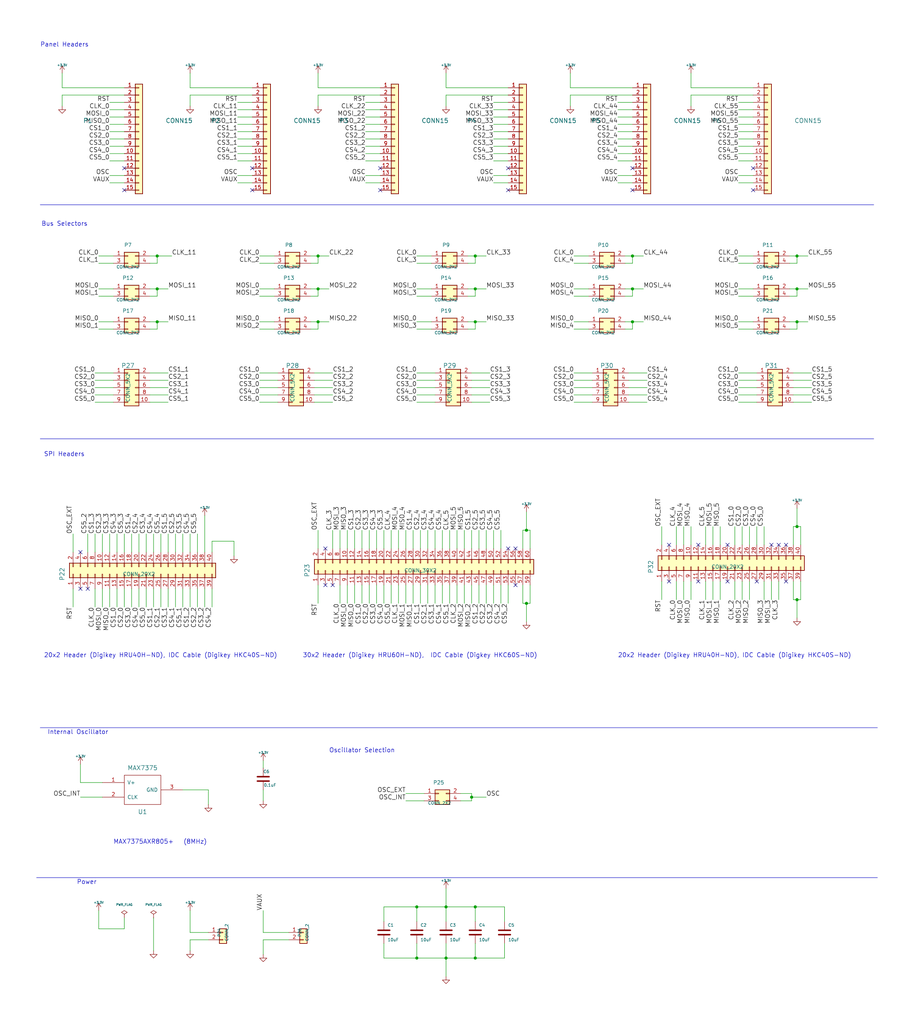
<source format=kicad_sch>
(kicad_sch (version 20230121) (generator eeschema)
  (paper "User" 317.5 355.6)
  (title_block (title "G4 Debug Arena Flat Max6960") (date "11/12/2013") (rev "0.1") (company "IORodeo"))
  (junction (at 154.94 314.96))
  (junction (at 182.88 209.55))
  (junction (at 276.86 182.88))
  (junction (at 165.1 88.9))
  (junction (at 165.1 111.76))
  (junction (at 54.61 100.33))
  (junction (at 110.49 100.33))
  (junction (at 219.71 88.9))
  (junction (at 54.61 88.9))
  (junction (at 276.86 111.76))
  (junction (at 163.83 276.86))
  (junction (at 154.94 332.74))
  (junction (at 144.78 332.74))
  (junction (at 219.71 100.33))
  (junction (at 165.1 332.74))
  (junction (at 276.86 100.33))
  (junction (at 276.86 208.28))
  (junction (at 219.71 111.76))
  (junction (at 144.78 314.96))
  (junction (at 182.88 184.15))
  (junction (at 110.49 88.9))
  (junction (at 54.61 111.76))
  (junction (at 165.1 100.33))
  (junction (at 110.49 111.76))
  (junction (at 276.86 88.9))
  (junction (at 165.1 314.96))
  (no_connect (at 252.73 201.93))
  (no_connect (at 179.07 190.5))
  (no_connect (at 87.63 58.42))
  (no_connect (at 176.53 190.5))
  (no_connect (at 219.71 58.42))
  (no_connect (at 179.07 203.2))
  (no_connect (at 252.73 189.23))
  (no_connect (at 27.94 204.47))
  (no_connect (at 219.71 66.04))
  (no_connect (at 27.94 191.77))
  (no_connect (at 270.51 189.23))
  (no_connect (at 87.63 66.04))
  (no_connect (at 30.48 204.47))
  (no_connect (at 273.05 201.93))
  (no_connect (at 176.53 58.42))
  (no_connect (at 262.89 201.93))
  (no_connect (at 113.03 190.5))
  (no_connect (at 242.57 201.93))
  (no_connect (at 232.41 189.23))
  (no_connect (at 132.08 66.04))
  (no_connect (at 132.08 58.42))
  (no_connect (at 261.62 66.04))
  (no_connect (at 273.05 189.23))
  (no_connect (at 242.57 189.23))
  (no_connect (at 43.18 58.42))
  (no_connect (at 43.18 66.04))
  (no_connect (at 232.41 201.93))
  (no_connect (at 261.62 58.42))
  (no_connect (at 267.97 189.23))
  (no_connect (at 176.53 66.04))
  (no_connect (at 115.57 203.2))
  (no_connect (at 113.03 203.2))
  (wire (pts (xy 55.88 191.77) (xy 55.88 185.42)))
  (wire (pts (xy 147.32 278.13) (xy 140.97 278.13)))
  (wire (pts (xy 275.59 208.28) (xy 276.86 208.28)))
  (wire (pts (xy 240.03 182.88) (xy 240.03 189.23)))
  (wire (pts (xy 237.49 189.23) (xy 237.49 182.88)))
  (wire (pts (xy 154.94 30.48) (xy 176.53 30.48)))
  (wire (pts (xy 181.61 184.15) (xy 182.88 184.15)))
  (wire (pts (xy 163.83 275.59) (xy 163.83 276.86)))
  (wire (pts (xy 165.1 100.33) (xy 168.91 100.33)))
  (wire (pts (xy 151.13 129.54) (xy 144.78 129.54)))
  (wire (pts (xy 87.63 45.72) (xy 82.55 45.72)))
  (wire (pts (xy 96.52 139.7) (xy 90.17 139.7)))
  (wire (pts (xy 35.56 271.78) (xy 27.94 271.78)))
  (wire (pts (xy 132.08 48.26) (xy 127 48.26)))
  (wire (pts (xy 35.56 276.86) (xy 27.94 276.86)))
  (wire (pts (xy 144.78 314.96) (xy 154.94 314.96)))
  (wire (pts (xy 39.37 100.33) (xy 34.29 100.33)))
  (wire (pts (xy 171.45 184.15) (xy 171.45 190.5)))
  (wire (pts (xy 149.86 100.33) (xy 144.78 100.33)))
  (wire (pts (xy 276.86 102.87) (xy 276.86 100.33)))
  (wire (pts (xy 21.59 33.02) (xy 43.18 33.02)))
  (wire (pts (xy 198.12 33.02) (xy 219.71 33.02)))
  (wire (pts (xy 218.44 132.08) (xy 224.79 132.08)))
  (wire (pts (xy 278.13 208.28) (xy 278.13 201.93)))
  (wire (pts (xy 87.63 43.18) (xy 82.55 43.18)))
  (wire (pts (xy 261.62 102.87) (xy 256.54 102.87)))
  (wire (pts (xy 275.59 134.62) (xy 281.94 134.62)))
  (wire (pts (xy 255.27 201.93) (xy 255.27 208.28)))
  (wire (pts (xy 176.53 40.64) (xy 171.45 40.64)))
  (wire (pts (xy 58.42 185.42) (xy 58.42 191.77)))
  (wire (pts (xy 262.89 139.7) (xy 256.54 139.7)))
  (wire (pts (xy 54.61 114.3) (xy 52.07 114.3)))
  (wire (pts (xy 39.37 88.9) (xy 34.29 88.9)))
  (wire (pts (xy 245.11 182.88) (xy 245.11 189.23)))
  (wire (pts (xy 224.79 134.62) (xy 218.44 134.62)))
  (wire (pts (xy 43.18 63.5) (xy 38.1 63.5)))
  (wire (pts (xy 48.26 204.47) (xy 48.26 210.82)))
  (wire (pts (xy 166.37 203.2) (xy 166.37 209.55)))
  (wire (pts (xy 247.65 189.23) (xy 247.65 182.88)))
  (wire (pts (xy 100.33 323.85) (xy 91.44 323.85)))
  (wire (pts (xy 219.71 111.76) (xy 223.52 111.76)))
  (wire (pts (xy 261.62 48.26) (xy 256.54 48.26)))
  (wire (pts (xy 161.29 203.2) (xy 161.29 209.55)))
  (wire (pts (xy 274.32 100.33) (xy 276.86 100.33)))
  (wire (pts (xy 143.51 203.2) (xy 143.51 209.55)))
  (wire (pts (xy 219.71 88.9) (xy 219.71 91.44)))
  (wire (pts (xy 146.05 203.2) (xy 146.05 209.55)))
  (wire (pts (xy 43.18 43.18) (xy 38.1 43.18)))
  (wire (pts (xy 281.94 137.16) (xy 275.59 137.16)))
  (wire (pts (xy 219.71 100.33) (xy 223.52 100.33)))
  (wire (pts (xy 39.37 102.87) (xy 34.29 102.87)))
  (wire (pts (xy 267.97 208.28) (xy 267.97 201.93)))
  (wire (pts (xy 110.49 111.76) (xy 110.49 114.3)))
  (wire (pts (xy 95.25 114.3) (xy 90.17 114.3)))
  (wire (pts (xy 198.12 30.48) (xy 219.71 30.48)))
  (wire (pts (xy 148.59 203.2) (xy 148.59 209.55)))
  (wire (pts (xy 275.59 189.23) (xy 275.59 182.88)))
  (wire (pts (xy 275.59 132.08) (xy 281.94 132.08)))
  (wire (pts (xy 219.71 60.96) (xy 214.63 60.96)))
  (wire (pts (xy 170.18 139.7) (xy 163.83 139.7)))
  (wire (pts (xy 52.07 129.54) (xy 58.42 129.54)))
  (wire (pts (xy 54.61 111.76) (xy 54.61 114.3)))
  (wire (pts (xy 39.37 114.3) (xy 34.29 114.3)))
  (wire (pts (xy 140.97 203.2) (xy 140.97 209.55)))
  (wire (pts (xy 87.63 35.56) (xy 82.55 35.56)))
  (wire (pts (xy 135.89 190.5) (xy 135.89 184.15)))
  (wire (pts (xy 39.37 134.62) (xy 33.02 134.62)))
  (wire (pts (xy 175.26 314.96) (xy 175.26 320.04)))
  (wire (pts (xy 240.03 30.48) (xy 261.62 30.48)))
  (wire (pts (xy 132.08 63.5) (xy 127 63.5)))
  (wire (pts (xy 91.44 323.85) (xy 91.44 316.23)))
  (wire (pts (xy 219.71 102.87) (xy 219.71 100.33)))
  (wire (pts (xy 276.86 111.76) (xy 276.86 114.3)))
  (wire (pts (xy 261.62 45.72) (xy 256.54 45.72)))
  (wire (pts (xy 198.12 25.4) (xy 198.12 30.48)))
  (wire (pts (xy 132.08 45.72) (xy 127 45.72)))
  (wire (pts (xy 110.49 88.9) (xy 110.49 91.44)))
  (wire (pts (xy 123.19 190.5) (xy 123.19 184.15)))
  (wire (pts (xy 107.95 100.33) (xy 110.49 100.33)))
  (wire (pts (xy 66.04 204.47) (xy 66.04 210.82)))
  (wire (pts (xy 278.13 182.88) (xy 278.13 189.23)))
  (wire (pts (xy 261.62 100.33) (xy 256.54 100.33)))
  (wire (pts (xy 255.27 189.23) (xy 255.27 182.88)))
  (wire (pts (xy 176.53 203.2) (xy 176.53 209.55)))
  (wire (pts (xy 39.37 139.7) (xy 33.02 139.7)))
  (wire (pts (xy 219.71 38.1) (xy 214.63 38.1)))
  (wire (pts (xy 130.81 203.2) (xy 130.81 209.55)))
  (wire (pts (xy 39.37 137.16) (xy 33.02 137.16)))
  (wire (pts (xy 138.43 203.2) (xy 138.43 209.55)))
  (wire (pts (xy 219.71 35.56) (xy 214.63 35.56)))
  (wire (pts (xy 168.91 190.5) (xy 168.91 184.15)))
  (wire (pts (xy 204.47 88.9) (xy 199.39 88.9)))
  (wire (pts (xy 110.49 33.02) (xy 110.49 36.83)))
  (wire (pts (xy 107.95 88.9) (xy 110.49 88.9)))
  (wire (pts (xy 165.1 332.74) (xy 175.26 332.74)))
  (wire (pts (xy 96.52 134.62) (xy 90.17 134.62)))
  (wire (pts (xy 66.04 25.4) (xy 66.04 30.48)))
  (wire (pts (xy 60.96 191.77) (xy 60.96 185.42)))
  (wire (pts (xy 219.71 48.26) (xy 214.63 48.26)))
  (wire (pts (xy 43.18 50.8) (xy 38.1 50.8)))
  (wire (pts (xy 163.83 203.2) (xy 163.83 209.55)))
  (wire (pts (xy 135.89 203.2) (xy 135.89 209.55)))
  (wire (pts (xy 261.62 91.44) (xy 256.54 91.44)))
  (wire (pts (xy 125.73 184.15) (xy 125.73 190.5)))
  (wire (pts (xy 128.27 190.5) (xy 128.27 184.15)))
  (wire (pts (xy 261.62 35.56) (xy 256.54 35.56)))
  (wire (pts (xy 52.07 111.76) (xy 54.61 111.76)))
  (wire (pts (xy 107.95 102.87) (xy 110.49 102.87)))
  (wire (pts (xy 257.81 201.93) (xy 257.81 208.28)))
  (wire (pts (xy 73.66 191.77) (xy 73.66 187.96)))
  (wire (pts (xy 234.95 201.93) (xy 234.95 208.28)))
  (wire (pts (xy 109.22 134.62) (xy 115.57 134.62)))
  (wire (pts (xy 170.18 132.08) (xy 163.83 132.08)))
  (wire (pts (xy 48.26 191.77) (xy 48.26 185.42)))
  (wire (pts (xy 274.32 88.9) (xy 276.86 88.9)))
  (wire (pts (xy 165.1 114.3) (xy 162.56 114.3)))
  (wire (pts (xy 54.61 111.76) (xy 58.42 111.76)))
  (wire (pts (xy 153.67 203.2) (xy 153.67 209.55)))
  (wire (pts (xy 205.74 137.16) (xy 199.39 137.16)))
  (wire (pts (xy 176.53 60.96) (xy 171.45 60.96)))
  (wire (pts (xy 275.59 182.88) (xy 276.86 182.88)))
  (wire (pts (xy 281.94 129.54) (xy 275.59 129.54)))
  (wire (pts (xy 43.18 35.56) (xy 38.1 35.56)))
  (wire (pts (xy 27.94 271.78) (xy 27.94 265.43)))
  (wire (pts (xy 262.89 189.23) (xy 262.89 182.88)))
  (wire (pts (xy 156.21 184.15) (xy 156.21 190.5)))
  (wire (pts (xy 118.11 184.15) (xy 118.11 190.5)))
  (wire (pts (xy 217.17 88.9) (xy 219.71 88.9)))
  (wire (pts (xy 274.32 102.87) (xy 276.86 102.87)))
  (wire (pts (xy 54.61 100.33) (xy 58.42 100.33)))
  (wire (pts (xy 43.18 40.64) (xy 38.1 40.64)))
  (wire (pts (xy 43.18 60.96) (xy 38.1 60.96)))
  (wire (pts (xy 158.75 203.2) (xy 158.75 209.55)))
  (wire (pts (xy 110.49 111.76) (xy 114.3 111.76)))
  (wire (pts (xy 120.65 190.5) (xy 120.65 184.15)))
  (wire (pts (xy 165.1 111.76) (xy 165.1 114.3)))
  (wire (pts (xy 72.39 326.39) (xy 66.04 326.39)))
  (wire (pts (xy 219.71 43.18) (xy 214.63 43.18)))
  (wire (pts (xy 204.47 111.76) (xy 199.39 111.76)))
  (wire (pts (xy 181.61 190.5) (xy 181.61 184.15)))
  (wire (pts (xy 91.44 326.39) (xy 91.44 331.47)))
  (wire (pts (xy 133.35 314.96) (xy 144.78 314.96)))
  (wire (pts (xy 270.51 201.93) (xy 270.51 208.28)))
  (wire (pts (xy 50.8 185.42) (xy 50.8 191.77)))
  (wire (pts (xy 30.48 191.77) (xy 30.48 185.42)))
  (wire (pts (xy 43.18 204.47) (xy 43.18 210.82)))
  (wire (pts (xy 165.1 102.87) (xy 165.1 100.33)))
  (wire (pts (xy 128.27 203.2) (xy 128.27 209.55)))
  (wire (pts (xy 204.47 102.87) (xy 199.39 102.87)))
  (wire (pts (xy 219.71 63.5) (xy 214.63 63.5)))
  (wire (pts (xy 176.53 43.18) (xy 171.45 43.18)))
  (wire (pts (xy 39.37 91.44) (xy 34.29 91.44)))
  (wire (pts (xy 151.13 134.62) (xy 144.78 134.62)))
  (wire (pts (xy 219.71 111.76) (xy 219.71 114.3)))
  (wire (pts (xy 151.13 190.5) (xy 151.13 184.15)))
  (wire (pts (xy 91.44 264.16) (xy 91.44 266.7)))
  (wire (pts (xy 149.86 111.76) (xy 144.78 111.76)))
  (wire (pts (xy 261.62 55.88) (xy 256.54 55.88)))
  (wire (pts (xy 182.88 209.55) (xy 184.15 209.55)))
  (wire (pts (xy 218.44 129.54) (xy 224.79 129.54)))
  (wire (pts (xy 63.5 274.32) (xy 72.39 274.32)))
  (wire (pts (xy 161.29 190.5) (xy 161.29 184.15)))
  (wire (pts (xy 54.61 88.9) (xy 59.69 88.9)))
  (wire (pts (xy 181.61 209.55) (xy 182.88 209.55)))
  (wire (pts (xy 43.18 53.34) (xy 38.1 53.34)))
  (wire (pts (xy 133.35 320.04) (xy 133.35 314.96)))
  (wire (pts (xy 175.26 332.74) (xy 175.26 327.66)))
  (wire (pts (xy 91.44 274.32) (xy 91.44 278.13)))
  (wire (pts (xy 58.42 204.47) (xy 58.42 210.82)))
  (wire (pts (xy 154.94 332.74) (xy 154.94 339.09)))
  (wire (pts (xy 276.86 100.33) (xy 280.67 100.33)))
  (wire (pts (xy 250.19 189.23) (xy 250.19 182.88)))
  (wire (pts (xy 219.71 40.64) (xy 214.63 40.64)))
  (wire (pts (xy 176.53 55.88) (xy 171.45 55.88)))
  (wire (pts (xy 72.39 323.85) (xy 66.04 323.85)))
  (wire (pts (xy 205.74 139.7) (xy 199.39 139.7)))
  (wire (pts (xy 149.86 114.3) (xy 144.78 114.3)))
  (wire (pts (xy 276.86 114.3) (xy 274.32 114.3)))
  (wire (pts (xy 66.04 33.02) (xy 66.04 36.83)))
  (wire (pts (xy 274.32 111.76) (xy 276.86 111.76)))
  (wire (pts (xy 154.94 327.66) (xy 154.94 332.74)))
  (wire (pts (xy 144.78 314.96) (xy 144.78 320.04)))
  (wire (pts (xy 261.62 114.3) (xy 256.54 114.3)))
  (wire (pts (xy 96.52 137.16) (xy 90.17 137.16)))
  (wire (pts (xy 276.86 182.88) (xy 276.86 176.53)))
  (wire (pts (xy 120.65 203.2) (xy 120.65 209.55)))
  (wire (pts (xy 165.1 91.44) (xy 162.56 91.44)))
  (wire (pts (xy 43.18 45.72) (xy 38.1 45.72)))
  (wire (pts (xy 95.25 100.33) (xy 90.17 100.33)))
  (wire (pts (xy 198.12 33.02) (xy 198.12 36.83)))
  (wire (pts (xy 143.51 190.5) (xy 143.51 184.15)))
  (wire (pts (xy 276.86 208.28) (xy 278.13 208.28)))
  (wire (pts (xy 110.49 30.48) (xy 132.08 30.48)))
  (wire (pts (xy 219.71 91.44) (xy 217.17 91.44)))
  (wire (pts (xy 66.04 33.02) (xy 87.63 33.02)))
  (wire (pts (xy 133.35 327.66) (xy 133.35 332.74)))
  (wire (pts (xy 39.37 132.08) (xy 33.02 132.08)))
  (wire (pts (xy 250.19 201.93) (xy 250.19 208.28)))
  (wire (pts (xy 276.86 111.76) (xy 280.67 111.76)))
  (wire (pts (xy 240.03 33.02) (xy 261.62 33.02)))
  (wire (pts (xy 154.94 314.96) (xy 154.94 320.04)))
  (wire (pts (xy 52.07 139.7) (xy 58.42 139.7)))
  (wire (pts (xy 43.18 38.1) (xy 38.1 38.1)))
  (wire (pts (xy 154.94 25.4) (xy 154.94 30.48)))
  (wire (pts (xy 21.59 30.48) (xy 43.18 30.48)))
  (wire (pts (xy 71.12 204.47) (xy 71.12 210.82)))
  (wire (pts (xy 132.08 38.1) (xy 127 38.1)))
  (wire (pts (xy 53.34 191.77) (xy 53.34 185.42)))
  (wire (pts (xy 219.71 55.88) (xy 214.63 55.88)))
  (wire (pts (xy 60.96 204.47) (xy 60.96 210.82)))
  (wire (pts (xy 68.58 191.77) (xy 68.58 185.42)))
  (wire (pts (xy 132.08 40.64) (xy 127 40.64)))
  (wire (pts (xy 110.49 100.33) (xy 114.3 100.33)))
  (wire (pts (xy 132.08 60.96) (xy 127 60.96)))
  (wire (pts (xy 96.52 132.08) (xy 90.17 132.08)))
  (wire (pts (xy 21.59 25.4) (xy 21.59 30.48)))
  (wire (pts (xy 260.35 201.93) (xy 260.35 208.28)))
  (wire (pts (xy 217.17 102.87) (xy 219.71 102.87)))
  (wire (pts (xy 265.43 208.28) (xy 265.43 201.93)))
  (wire (pts (xy 237.49 201.93) (xy 237.49 208.28)))
  (wire (pts (xy 262.89 132.08) (xy 256.54 132.08)))
  (wire (pts (xy 154.94 308.61) (xy 154.94 314.96)))
  (wire (pts (xy 162.56 88.9) (xy 165.1 88.9)))
  (wire (pts (xy 217.17 100.33) (xy 219.71 100.33)))
  (wire (pts (xy 43.18 322.58) (xy 34.29 322.58)))
  (wire (pts (xy 38.1 191.77) (xy 38.1 185.42)))
  (wire (pts (xy 176.53 48.26) (xy 171.45 48.26)))
  (wire (pts (xy 40.64 191.77) (xy 40.64 185.42)))
  (wire (pts (xy 72.39 274.32) (xy 72.39 279.4)))
  (wire (pts (xy 173.99 203.2) (xy 173.99 209.55)))
  (wire (pts (xy 95.25 102.87) (xy 90.17 102.87)))
  (wire (pts (xy 204.47 100.33) (xy 199.39 100.33)))
  (wire (pts (xy 156.21 203.2) (xy 156.21 209.55)))
  (wire (pts (xy 25.4 185.42) (xy 25.4 191.77)))
  (wire (pts (xy 163.83 129.54) (xy 170.18 129.54)))
  (wire (pts (xy 260.35 189.23) (xy 260.35 182.88)))
  (wire (pts (xy 165.1 111.76) (xy 168.91 111.76)))
  (wire (pts (xy 133.35 332.74) (xy 144.78 332.74)))
  (wire (pts (xy 52.07 132.08) (xy 58.42 132.08)))
  (wire (pts (xy 182.88 184.15) (xy 182.88 177.8)))
  (wire (pts (xy 276.86 88.9) (xy 276.86 91.44)))
  (wire (pts (xy 144.78 332.74) (xy 144.78 327.66)))
  (wire (pts (xy 144.78 332.74) (xy 154.94 332.74)))
  (wire (pts (xy 261.62 50.8) (xy 256.54 50.8)))
  (wire (pts (xy 71.12 191.77) (xy 71.12 179.07)))
  (wire (pts (xy 149.86 91.44) (xy 144.78 91.44)))
  (wire (pts (xy 149.86 102.87) (xy 144.78 102.87)))
  (wire (pts (xy 219.71 114.3) (xy 217.17 114.3)))
  (wire (pts (xy 163.83 134.62) (xy 170.18 134.62)))
  (wire (pts (xy 162.56 100.33) (xy 165.1 100.33)))
  (wire (pts (xy 132.08 55.88) (xy 127 55.88)))
  (wire (pts (xy 204.47 91.44) (xy 199.39 91.44)))
  (wire (pts (xy 110.49 88.9) (xy 114.3 88.9)))
  (wire (pts (xy 154.94 33.02) (xy 154.94 36.83)))
  (wire (pts (xy 217.17 111.76) (xy 219.71 111.76)))
  (wire (pts (xy 55.88 204.47) (xy 55.88 210.82)))
  (wire (pts (xy 262.89 137.16) (xy 256.54 137.16)))
  (wire (pts (xy 218.44 137.16) (xy 224.79 137.16)))
  (wire (pts (xy 163.83 278.13) (xy 160.02 278.13)))
  (wire (pts (xy 154.94 33.02) (xy 176.53 33.02)))
  (wire (pts (xy 219.71 50.8) (xy 214.63 50.8)))
  (wire (pts (xy 130.81 190.5) (xy 130.81 184.15)))
  (wire (pts (xy 219.71 45.72) (xy 214.63 45.72)))
  (wire (pts (xy 33.02 191.77) (xy 33.02 185.42)))
  (wire (pts (xy 110.49 203.2) (xy 110.49 209.55)))
  (wire (pts (xy 265.43 189.23) (xy 265.43 182.88)))
  (wire (pts (xy 151.13 132.08) (xy 144.78 132.08)))
  (wire (pts (xy 276.86 208.28) (xy 276.86 214.63)))
  (wire (pts (xy 147.32 275.59) (xy 140.97 275.59)))
  (wire (pts (xy 218.44 139.7) (xy 224.79 139.7)))
  (wire (pts (xy 205.74 134.62) (xy 199.39 134.62)))
  (wire (pts (xy 43.18 55.88) (xy 38.1 55.88)))
  (wire (pts (xy 165.1 314.96) (xy 175.26 314.96)))
  (wire (pts (xy 21.59 33.02) (xy 21.59 36.83)))
  (wire (pts (xy 63.5 191.77) (xy 63.5 185.42)))
  (wire (pts (xy 162.56 102.87) (xy 165.1 102.87)))
  (wire (pts (xy 107.95 111.76) (xy 110.49 111.76)))
  (wire (pts (xy 52.07 102.87) (xy 54.61 102.87)))
  (wire (pts (xy 151.13 137.16) (xy 144.78 137.16)))
  (polyline (pts (xy 12.7 304.8) (xy 304.8 304.8)))
  (wire (pts (xy 261.62 53.34) (xy 256.54 53.34)))
  (wire (pts (xy 165.1 88.9) (xy 168.91 88.9)))
  (wire (pts (xy 153.67 190.5) (xy 153.67 184.15)))
  (wire (pts (xy 34.29 322.58) (xy 34.29 316.23)))
  (wire (pts (xy 110.49 102.87) (xy 110.49 100.33)))
  (wire (pts (xy 52.07 134.62) (xy 58.42 134.62)))
  (wire (pts (xy 133.35 184.15) (xy 133.35 190.5)))
  (wire (pts (xy 110.49 184.15) (xy 110.49 190.5)))
  (wire (pts (xy 63.5 204.47) (xy 63.5 210.82)))
  (wire (pts (xy 66.04 326.39) (xy 66.04 330.2)))
  (wire (pts (xy 158.75 190.5) (xy 158.75 184.15)))
  (wire (pts (xy 146.05 190.5) (xy 146.05 184.15)))
  (wire (pts (xy 54.61 88.9) (xy 54.61 91.44)))
  (wire (pts (xy 176.53 50.8) (xy 171.45 50.8)))
  (wire (pts (xy 261.62 111.76) (xy 256.54 111.76)))
  (wire (pts (xy 240.03 33.02) (xy 240.03 36.83)))
  (wire (pts (xy 240.03 25.4) (xy 240.03 30.48)))
  (wire (pts (xy 66.04 323.85) (xy 66.04 316.23)))
  (wire (pts (xy 240.03 201.93) (xy 240.03 208.28)))
  (wire (pts (xy 35.56 185.42) (xy 35.56 191.77)))
  (wire (pts (xy 66.04 185.42) (xy 66.04 191.77)))
  (wire (pts (xy 176.53 53.34) (xy 171.45 53.34)))
  (wire (pts (xy 148.59 184.15) (xy 148.59 190.5)))
  (wire (pts (xy 204.47 114.3) (xy 199.39 114.3)))
  (wire (pts (xy 245.11 201.93) (xy 245.11 208.28)))
  (wire (pts (xy 261.62 63.5) (xy 256.54 63.5)))
  (wire (pts (xy 45.72 204.47) (xy 45.72 210.82)))
  (wire (pts (xy 165.1 314.96) (xy 165.1 320.04)))
  (wire (pts (xy 110.49 91.44) (xy 107.95 91.44)))
  (wire (pts (xy 43.18 48.26) (xy 38.1 48.26)))
  (wire (pts (xy 66.04 30.48) (xy 87.63 30.48)))
  (wire (pts (xy 54.61 91.44) (xy 52.07 91.44)))
  (wire (pts (xy 87.63 38.1) (xy 82.55 38.1)))
  (wire (pts (xy 54.61 102.87) (xy 54.61 100.33)))
  (wire (pts (xy 73.66 187.96) (xy 81.28 187.96)))
  (wire (pts (xy 184.15 209.55) (xy 184.15 203.2)))
  (wire (pts (xy 276.86 182.88) (xy 278.13 182.88)))
  (wire (pts (xy 81.28 187.96) (xy 81.28 193.04)))
  (wire (pts (xy 229.87 182.88) (xy 229.87 189.23)))
  (wire (pts (xy 38.1 204.47) (xy 38.1 210.82)))
  (wire (pts (xy 95.25 91.44) (xy 90.17 91.44)))
  (wire (pts (xy 140.97 184.15) (xy 140.97 190.5)))
  (wire (pts (xy 257.81 189.23) (xy 257.81 182.88)))
  (wire (pts (xy 163.83 184.15) (xy 163.83 190.5)))
  (wire (pts (xy 229.87 201.93) (xy 229.87 208.28)))
  (wire (pts (xy 163.83 276.86) (xy 168.91 276.86)))
  (wire (pts (xy 261.62 60.96) (xy 256.54 60.96)))
  (wire (pts (xy 68.58 204.47) (xy 68.58 210.82)))
  (wire (pts (xy 234.95 189.23) (xy 234.95 182.88)))
  (wire (pts (xy 261.62 40.64) (xy 256.54 40.64)))
  (wire (pts (xy 247.65 201.93) (xy 247.65 208.28)))
  (wire (pts (xy 50.8 204.47) (xy 50.8 210.82)))
  (wire (pts (xy 276.86 88.9) (xy 280.67 88.9)))
  (wire (pts (xy 171.45 203.2) (xy 171.45 209.55)))
  (polyline (pts (xy 13.97 152.4) (xy 303.53 152.4)))
  (wire (pts (xy 40.64 204.47) (xy 40.64 210.82)))
  (polyline (pts (xy 13.97 71.12) (xy 303.53 71.12)))
  (wire (pts (xy 132.08 35.56) (xy 127 35.56)))
  (wire (pts (xy 162.56 111.76) (xy 165.1 111.76)))
  (wire (pts (xy 133.35 203.2) (xy 133.35 209.55)))
  (wire (pts (xy 96.52 129.54) (xy 90.17 129.54)))
  (wire (pts (xy 219.71 88.9) (xy 223.52 88.9)))
  (wire (pts (xy 184.15 184.15) (xy 184.15 190.5)))
  (polyline (pts (xy 13.97 252.73) (xy 304.8 252.73)))
  (wire (pts (xy 52.07 137.16) (xy 58.42 137.16)))
  (wire (pts (xy 181.61 203.2) (xy 181.61 209.55)))
  (wire (pts (xy 87.63 63.5) (xy 82.55 63.5)))
  (wire (pts (xy 95.25 88.9) (xy 90.17 88.9)))
  (wire (pts (xy 173.99 190.5) (xy 173.99 184.15)))
  (wire (pts (xy 39.37 111.76) (xy 34.29 111.76)))
  (wire (pts (xy 163.83 137.16) (xy 170.18 137.16)))
  (wire (pts (xy 261.62 88.9) (xy 256.54 88.9)))
  (wire (pts (xy 43.18 185.42) (xy 43.18 191.77)))
  (wire (pts (xy 87.63 48.26) (xy 82.55 48.26)))
  (wire (pts (xy 149.86 88.9) (xy 144.78 88.9)))
  (wire (pts (xy 176.53 35.56) (xy 171.45 35.56)))
  (wire (pts (xy 110.49 114.3) (xy 107.95 114.3)))
  (wire (pts (xy 138.43 190.5) (xy 138.43 184.15)))
  (wire (pts (xy 205.74 132.08) (xy 199.39 132.08)))
  (wire (pts (xy 52.07 88.9) (xy 54.61 88.9)))
  (wire (pts (xy 87.63 40.64) (xy 82.55 40.64)))
  (wire (pts (xy 45.72 191.77) (xy 45.72 185.42)))
  (wire (pts (xy 262.89 129.54) (xy 256.54 129.54)))
  (wire (pts (xy 276.86 91.44) (xy 274.32 91.44)))
  (wire (pts (xy 219.71 53.34) (xy 214.63 53.34)))
  (wire (pts (xy 110.49 25.4) (xy 110.49 30.48)))
  (wire (pts (xy 166.37 190.5) (xy 166.37 184.15)))
  (wire (pts (xy 182.88 209.55) (xy 182.88 215.9)))
  (wire (pts (xy 154.94 314.96) (xy 165.1 314.96)))
  (wire (pts (xy 73.66 204.47) (xy 73.66 210.82)))
  (wire (pts (xy 87.63 55.88) (xy 82.55 55.88)))
  (wire (pts (xy 125.73 203.2) (xy 125.73 209.55)))
  (wire (pts (xy 132.08 53.34) (xy 127 53.34)))
  (wire (pts (xy 176.53 45.72) (xy 171.45 45.72)))
  (wire (pts (xy 33.02 204.47) (xy 33.02 210.82)))
  (wire (pts (xy 205.74 129.54) (xy 199.39 129.54)))
  (wire (pts (xy 261.62 43.18) (xy 256.54 43.18)))
  (wire (pts (xy 100.33 326.39) (xy 91.44 326.39)))
  (wire (pts (xy 35.56 204.47) (xy 35.56 210.82)))
  (wire (pts (xy 132.08 43.18) (xy 127 43.18)))
  (wire (pts (xy 53.34 204.47) (xy 53.34 210.82)))
  (wire (pts (xy 87.63 53.34) (xy 82.55 53.34)))
  (wire (pts (xy 154.94 332.74) (xy 165.1 332.74)))
  (wire (pts (xy 109.22 132.08) (xy 115.57 132.08)))
  (wire (pts (xy 87.63 60.96) (xy 82.55 60.96)))
  (wire (pts (xy 110.49 33.02) (xy 132.08 33.02)))
  (wire (pts (xy 109.22 139.7) (xy 115.57 139.7)))
  (wire (pts (xy 176.53 63.5) (xy 171.45 63.5)))
  (wire (pts (xy 115.57 190.5) (xy 115.57 184.15)))
  (wire (pts (xy 160.02 275.59) (xy 163.83 275.59)))
  (wire (pts (xy 53.34 318.77) (xy 53.34 330.2)))
  (wire (pts (xy 95.25 111.76) (xy 90.17 111.76)))
  (wire (pts (xy 163.83 276.86) (xy 163.83 278.13)))
  (wire (pts (xy 123.19 203.2) (xy 123.19 209.55)))
  (wire (pts (xy 275.59 201.93) (xy 275.59 208.28)))
  (wire (pts (xy 151.13 139.7) (xy 144.78 139.7)))
  (wire (pts (xy 168.91 203.2) (xy 168.91 209.55)))
  (wire (pts (xy 52.07 100.33) (xy 54.61 100.33)))
  (wire (pts (xy 118.11 203.2) (xy 118.11 209.55)))
  (wire (pts (xy 261.62 38.1) (xy 256.54 38.1)))
  (wire (pts (xy 109.22 137.16) (xy 115.57 137.16)))
  (wire (pts (xy 87.63 50.8) (xy 82.55 50.8)))
  (wire (pts (xy 109.22 129.54) (xy 115.57 129.54)))
  (wire (pts (xy 132.08 50.8) (xy 127 50.8)))
  (wire (pts (xy 43.18 318.77) (xy 43.18 322.58)))
  (wire (pts (xy 151.13 203.2) (xy 151.13 209.55)))
  (wire (pts (xy 262.89 134.62) (xy 256.54 134.62)))
  (wire (pts (xy 25.4 204.47) (xy 25.4 210.82)))
  (wire (pts (xy 182.88 184.15) (xy 184.15 184.15)))
  (wire (pts (xy 165.1 332.74) (xy 165.1 327.66)))
  (wire (pts (xy 165.1 88.9) (xy 165.1 91.44)))
  (wire (pts (xy 39.37 129.54) (xy 33.02 129.54)))
  (wire (pts (xy 176.53 38.1) (xy 171.45 38.1)))
  (wire (pts (xy 275.59 139.7) (xy 281.94 139.7)))
  (text "MAX7375AXR805+   (8MHz)" (at 39.37 293.37 0) (effects (font (size 1.524 1.524)) (justify left bottom)))
  (text "Oscillator Selection" (at 114.3 261.62 0) (effects (font (size 1.524 1.524)) (justify left bottom)))
  (text "20x2 Header (Digikey HRU40H-ND), IDC Cable (Digikey HKC40S-ND)" (at 214.63 228.6 0) (effects (font (size 1.524 1.524)) (justify left bottom)))
  (text "SPI Headers" (at 15.24 158.75 0) (effects (font (size 1.524 1.524)) (justify left bottom)))
  (text "Internal Oscillator" (at 16.51 255.27 0) (effects (font (size 1.524 1.524)) (justify left bottom)))
  (text "20x2 Header (Digikey HRU40H-ND), IDC Cable (Digikey HKC40S-ND)" (at 15.24 228.6 0) (effects (font (size 1.524 1.524)) (justify left bottom)))
  (text "Bus Selectors" (at 30.48 78.74 0) (effects (font (size 1.524 1.524)) (justify right bottom)))
  (text "30x2 Header (Digikey HRU60H-ND),  IDC Cable (Digkey HKC60S-ND)" (at 186.69 228.6 0) (effects (font (size 1.524 1.524)) (justify right bottom)))
  (text "Power" (at 26.67 307.34 0) (effects (font (size 1.524 1.524)) (justify left bottom)))
  (text "Panel Headers" (at 13.97 16.51 0) (effects (font (size 1.524 1.524)) (justify left bottom)))
  (label "MISO_0" (at 90.17 111.76 180) (effects (font (size 1.524 1.524))))
  (label "CLK_2" (at 90.17 91.44 180) (effects (font (size 1.524 1.524))))
  (label "MISO_33" (at 168.91 111.76 0) (effects (font (size 1.524 1.524))))
  (label "CS2_0" (at 90.17 132.08 180) (effects (font (size 1.524 1.524))))
  (label "CS3_5" (at 281.94 134.62 0) (effects (font (size 1.524 1.524))))
  (label "OSC_EXT" (at 140.97 275.59 180) (effects (font (size 1.524 1.524))))
  (label "OSC_INT" (at 27.94 276.86 180) (effects (font (size 1.524 1.524))))
  (label "CLK_5" (at 245.11 182.88 90) (effects (font (size 1.524 1.524))))
  (label "CS4_1" (at 60.96 210.82 270) (effects (font (size 1.524 1.524))))
  (label "CS4_1" (at 58.42 137.16 0) (effects (font (size 1.524 1.524))))
  (label "OSC" (at 127 60.96 180) (effects (font (size 1.524 1.524))))
  (label "OSC" (at 38.1 60.96 180) (effects (font (size 1.524 1.524))))
  (label "CS4_5" (at 281.94 137.16 0) (effects (font (size 1.524 1.524))))
  (label "VAUX" (at 91.44 316.23 90) (effects (font (size 1.524 1.524))))
  (label "CLK_3" (at 144.78 91.44 180) (effects (font (size 1.524 1.524))))
  (label "CLK_44" (at 223.52 88.9 0) (effects (font (size 1.524 1.524))))
  (label "CS1_5" (at 256.54 45.72 180) (effects (font (size 1.524 1.524))))
  (label "MOSI_1" (at 140.97 209.55 270) (effects (font (size 1.524 1.524))))
  (label "CS5_0" (at 256.54 139.7 180) (effects (font (size 1.524 1.524))))
  (label "CS1_1" (at 58.42 129.54 0) (effects (font (size 1.524 1.524))))
  (label "CS3_1" (at 151.13 209.55 270) (effects (font (size 1.524 1.524))))
  (label "CLK_0" (at 144.78 88.9 180) (effects (font (size 1.524 1.524))))
  (label "CS1_3" (at 170.18 129.54 0) (effects (font (size 1.524 1.524))))
  (label "MOSI_1" (at 34.29 102.87 180) (effects (font (size 1.524 1.524))))
  (label "CS4_1" (at 82.55 53.34 180) (effects (font (size 1.524 1.524))))
  (label "OSC_EXT" (at 229.87 182.88 90) (effects (font (size 1.524 1.524))))
  (label "MISO_0" (at 38.1 43.18 180) (effects (font (size 1.524 1.524))))
  (label "RST" (at 38.1 35.56 180) (effects (font (size 1.524 1.524))))
  (label "MISO_3" (at 120.65 184.15 90) (effects (font (size 1.524 1.524))))
  (label "MISO_44" (at 214.63 43.18 180) (effects (font (size 1.524 1.524))))
  (label "CS2_5" (at 166.37 184.15 90) (effects (font (size 1.524 1.524))))
  (label "CLK_2" (at 158.75 209.55 270) (effects (font (size 1.524 1.524))))
  (label "CS1_4" (at 214.63 45.72 180) (effects (font (size 1.524 1.524))))
  (label "CS5_1" (at 156.21 209.55 270) (effects (font (size 1.524 1.524))))
  (label "RST" (at 127 35.56 180) (effects (font (size 1.524 1.524))))
  (label "CS3_0" (at 260.35 182.88 90) (effects (font (size 1.524 1.524))))
  (label "MISO_0" (at 199.39 111.76 180) (effects (font (size 1.524 1.524))))
  (label "CS2_1" (at 148.59 209.55 270) (effects (font (size 1.524 1.524))))
  (label "RST" (at 229.87 208.28 270) (effects (font (size 1.524 1.524))))
  (label "MOSI_2" (at 257.81 208.28 270) (effects (font (size 1.524 1.524))))
  (label "CS3_0" (at 33.02 134.62 180) (effects (font (size 1.524 1.524))))
  (label "CLK_0" (at 38.1 38.1 180) (effects (font (size 1.524 1.524))))
  (label "CS2_4" (at 214.63 48.26 180) (effects (font (size 1.524 1.524))))
  (label "CS5_3" (at 171.45 55.88 180) (effects (font (size 1.524 1.524))))
  (label "CS5_2" (at 115.57 139.7 0) (effects (font (size 1.524 1.524))))
  (label "CS4_5" (at 66.04 185.42 90) (effects (font (size 1.524 1.524))))
  (label "CS2_3" (at 170.18 132.08 0) (effects (font (size 1.524 1.524))))
  (label "MISO_1" (at 34.29 114.3 180) (effects (font (size 1.524 1.524))))
  (label "CS5_2" (at 127 55.88 180) (effects (font (size 1.524 1.524))))
  (label "CS5_0" (at 135.89 209.55 270) (effects (font (size 1.524 1.524))))
  (label "CS5_3" (at 133.35 184.15 90) (effects (font (size 1.524 1.524))))
  (label "CS5_5" (at 256.54 55.88 180) (effects (font (size 1.524 1.524))))
  (label "CS1_1" (at 82.55 45.72 180) (effects (font (size 1.524 1.524))))
  (label "MOSI_0" (at 120.65 209.55 270) (effects (font (size 1.524 1.524))))
  (label "CS1_3" (at 171.45 45.72 180) (effects (font (size 1.524 1.524))))
  (label "MOSI_0" (at 38.1 40.64 180) (effects (font (size 1.524 1.524))))
  (label "CS4_0" (at 33.02 137.16 180) (effects (font (size 1.524 1.524))))
  (label "CS5_0" (at 265.43 182.88 90) (effects (font (size 1.524 1.524))))
  (label "MISO_4" (at 240.03 182.88 90) (effects (font (size 1.524 1.524))))
  (label "CLK_55" (at 280.67 88.9 0) (effects (font (size 1.524 1.524))))
  (label "CS3_0" (at 45.72 210.82 270) (effects (font (size 1.524 1.524))))
  (label "CS5_3" (at 170.18 139.7 0) (effects (font (size 1.524 1.524))))
  (label "MISO_3" (at 265.43 208.28 270) (effects (font (size 1.524 1.524))))
  (label "CLK_0" (at 234.95 208.28 270) (effects (font (size 1.524 1.524))))
  (label "VAUX" (at 82.55 63.5 180) (effects (font (size 1.524 1.524))))
  (label "OSC_EXT" (at 110.49 184.15 90) (effects (font (size 1.524 1.524))))
  (label "MOSI_33" (at 171.45 40.64 180) (effects (font (size 1.524 1.524))))
  (label "CS5_0" (at 144.78 139.7 180) (effects (font (size 1.524 1.524))))
  (label "MOSI_22" (at 114.3 100.33 0) (effects (font (size 1.524 1.524))))
  (label "CLK_22" (at 114.3 88.9 0) (effects (font (size 1.524 1.524))))
  (label "CLK_11" (at 82.55 38.1 180) (effects (font (size 1.524 1.524))))
  (label "CS5_0" (at 50.8 210.82 270) (effects (font (size 1.524 1.524))))
  (label "MOSI_5" (at 256.54 102.87 180) (effects (font (size 1.524 1.524))))
  (label "CS3_3" (at 128.27 184.15 90) (effects (font (size 1.524 1.524))))
  (label "VAUX" (at 171.45 63.5 180) (effects (font (size 1.524 1.524))))
  (label "CS4_3" (at 130.81 184.15 90) (effects (font (size 1.524 1.524))))
  (label "VAUX" (at 127 63.5 180) (effects (font (size 1.524 1.524))))
  (label "CLK_4" (at 234.95 182.88 90) (effects (font (size 1.524 1.524))))
  (label "CS1_0" (at 38.1 45.72 180) (effects (font (size 1.524 1.524))))
  (label "CS4_0" (at 262.89 182.88 90) (effects (font (size 1.524 1.524))))
  (label "CLK_55" (at 256.54 38.1 180) (effects (font (size 1.524 1.524))))
  (label "MOSI_3" (at 118.11 184.15 90) (effects (font (size 1.524 1.524))))
  (label "CS1_4" (at 45.72 185.42 90) (effects (font (size 1.524 1.524))))
  (label "MOSI_0" (at 237.49 208.28 270) (effects (font (size 1.524 1.524))))
  (label "CS2_3" (at 35.56 185.42 90) (effects (font (size 1.524 1.524))))
  (label "MISO_44" (at 223.52 111.76 0) (effects (font (size 1.524 1.524))))
  (label "RST" (at 25.4 210.82 270) (effects (font (size 1.524 1.524))))
  (label "MISO_2" (at 260.35 208.28 270) (effects (font (size 1.524 1.524))))
  (label "MISO_0" (at 123.19 209.55 270) (effects (font (size 1.524 1.524))))
  (label "MOSI_0" (at 256.54 100.33 180) (effects (font (size 1.524 1.524))))
  (label "CS2_5" (at 281.94 132.08 0) (effects (font (size 1.524 1.524))))
  (label "OSC_EXT" (at 25.4 185.42 90) (effects (font (size 1.524 1.524))))
  (label "CS3_4" (at 50.8 185.42 90) (effects (font (size 1.524 1.524))))
  (label "CS3_4" (at 214.63 50.8 180) (effects (font (size 1.524 1.524))))
  (label "MOSI_1" (at 247.65 208.28 270) (effects (font (size 1.524 1.524))))
  (label "OSC_INT" (at 140.97 278.13 180) (effects (font (size 1.524 1.524))))
  (label "CS2_2" (at 68.58 210.82 270) (effects (font (size 1.524 1.524))))
  (label "CS3_2" (at 127 50.8 180) (effects (font (size 1.524 1.524))))
  (label "MOSI_2" (at 90.17 102.87 180) (effects (font (size 1.524 1.524))))
  (label "OSC" (at 214.63 60.96 180) (effects (font (size 1.524 1.524))))
  (label "CS1_3" (at 123.19 184.15 90) (effects (font (size 1.524 1.524))))
  (label "VAUX" (at 214.63 63.5 180) (effects (font (size 1.524 1.524))))
  (label "RST" (at 214.63 35.56 180) (effects (font (size 1.524 1.524))))
  (label "MISO_0" (at 240.03 208.28 270) (effects (font (size 1.524 1.524))))
  (label "CS5_4" (at 214.63 55.88 180) (effects (font (size 1.524 1.524))))
  (label "MOSI_11" (at 58.42 100.33 0) (effects (font (size 1.524 1.524))))
  (label "RST" (at 256.54 35.56 180) (effects (font (size 1.524 1.524))))
  (label "CLK_0" (at 118.11 209.55 270) (effects (font (size 1.524 1.524))))
  (label "CS1_4" (at 143.51 184.15 90) (effects (font (size 1.524 1.524))))
  (label "CS1_1" (at 146.05 209.55 270) (effects (font (size 1.524 1.524))))
  (label "MOSI_4" (at 138.43 184.15 90) (effects (font (size 1.524 1.524))))
  (label "MISO_33" (at 171.45 43.18 180) (effects (font (size 1.524 1.524))))
  (label "OSC" (at 82.55 60.96 180) (effects (font (size 1.524 1.524))))
  (label "CS3_5" (at 168.91 184.15 90) (effects (font (size 1.524 1.524))))
  (label "CLK_4" (at 135.89 184.15 90) (effects (font (size 1.524 1.524))))
  (label "MOSI_55" (at 280.67 100.33 0) (effects (font (size 1.524 1.524))))
  (label "MOSI_11" (at 82.55 40.64 180) (effects (font (size 1.524 1.524))))
  (label "CS3_3" (at 171.45 50.8 180) (effects (font (size 1.524 1.524))))
  (label "MISO_0" (at 34.29 111.76 180) (effects (font (size 1.524 1.524))))
  (label "VAUX" (at 38.1 63.5 180) (effects (font (size 1.524 1.524))))
  (label "CS5_2" (at 30.48 185.42 90) (effects (font (size 1.524 1.524))))
  (label "MOSI_0" (at 35.56 210.82 270) (effects (font (size 1.524 1.524))))
  (label "CS4_0" (at 133.35 209.55 270) (effects (font (size 1.524 1.524))))
  (label "CS2_4" (at 224.79 132.08 0) (effects (font (size 1.524 1.524))))
  (label "CS5_1" (at 58.42 139.7 0) (effects (font (size 1.524 1.524))))
  (label "MOSI_5" (at 247.65 182.88 90) (effects (font (size 1.524 1.524))))
  (label "CS2_0" (at 33.02 132.08 180) (effects (font (size 1.524 1.524))))
  (label "CLK_0" (at 34.29 88.9 180) (effects (font (size 1.524 1.524))))
  (label "CS5_5" (at 68.58 185.42 90) (effects (font (size 1.524 1.524))))
  (label "CS3_0" (at 144.78 134.62 180) (effects (font (size 1.524 1.524))))
  (label "CS1_0" (at 40.64 210.82 270) (effects (font (size 1.524 1.524))))
  (label "MOSI_4" (at 237.49 182.88 90) (effects (font (size 1.524 1.524))))
  (label "CS4_2" (at 115.57 137.16 0) (effects (font (size 1.524 1.524))))
  (label "MOSI_3" (at 144.78 102.87 180) (effects (font (size 1.524 1.524))))
  (label "CLK_0" (at 256.54 88.9 180) (effects (font (size 1.524 1.524))))
  (label "CLK_1" (at 138.43 209.55 270) (effects (font (size 1.524 1.524))))
  (label "MISO_22" (at 114.3 111.76 0) (effects (font (size 1.524 1.524))))
  (label "CS2_2" (at 168.91 209.55 270) (effects (font (size 1.524 1.524))))
  (label "CS2_3" (at 171.45 48.26 180) (effects (font (size 1.524 1.524))))
  (label "CLK_5" (at 156.21 184.15 90) (effects (font (size 1.524 1.524))))
  (label "CS1_0" (at 256.54 129.54 180) (effects (font (size 1.524 1.524))))
  (label "CLK_0" (at 33.02 210.82 270) (effects (font (size 1.524 1.524))))
  (label "MISO_3" (at 144.78 114.3 180) (effects (font (size 1.524 1.524))))
  (label "CS4_3" (at 171.45 53.34 180) (effects (font (size 1.524 1.524))))
  (label "CS5_5" (at 281.94 139.7 0) (effects (font (size 1.524 1.524))))
  (label "CS1_0" (at 144.78 129.54 180) (effects (font (size 1.524 1.524))))
  (label "CLK_1" (at 34.29 91.44 180) (effects (font (size 1.524 1.524))))
  (label "MISO_1" (at 143.51 209.55 270) (effects (font (size 1.524 1.524))))
  (label "MISO_11" (at 58.42 111.76 0) (effects (font (size 1.524 1.524))))
  (label "CLK_3" (at 270.51 208.28 270) (effects (font (size 1.524 1.524))))
  (label "CS5_5" (at 173.99 184.15 90) (effects (font (size 1.524 1.524))))
  (label "CS3_2" (at 71.12 210.82 270) (effects (font (size 1.524 1.524))))
  (label "MOSI_0" (at 199.39 100.33 180) (effects (font (size 1.524 1.524))))
  (label "CS1_2" (at 66.04 210.82 270) (effects (font (size 1.524 1.524))))
  (label "CS3_4" (at 148.59 184.15 90) (effects (font (size 1.524 1.524))))
  (label "CS2_0" (at 144.78 132.08 180) (effects (font (size 1.524 1.524))))
  (label "CS1_5" (at 281.94 129.54 0) (effects (font (size 1.524 1.524))))
  (label "MISO_1" (at 250.19 208.28 270) (effects (font (size 1.524 1.524))))
  (label "MISO_0" (at 144.78 111.76 180) (effects (font (size 1.524 1.524))))
  (label "CS5_4" (at 153.67 184.15 90) (effects (font (size 1.524 1.524))))
  (label "CS3_0" (at 199.39 134.62 180) (effects (font (size 1.524 1.524))))
  (label "RST" (at 110.49 209.55 270) (effects (font (size 1.524 1.524))))
  (label "CS2_0" (at 199.39 132.08 180) (effects (font (size 1.524 1.524))))
  (label "CS2_4" (at 146.05 184.15 90) (effects (font (size 1.524 1.524))))
  (label "CLK_0" (at 199.39 88.9 180) (effects (font (size 1.524 1.524))))
  (label "CS1_3" (at 33.02 185.42 90) (effects (font (size 1.524 1.524))))
  (label "CS1_0" (at 255.27 182.88 90) (effects (font (size 1.524 1.524))))
  (label "CS2_0" (at 128.27 209.55 270) (effects (font (size 1.524 1.524))))
  (label "CS3_2" (at 171.45 209.55 270) (effects (font (size 1.524 1.524))))
  (label "CS1_4" (at 224.79 129.54 0) (effects (font (size 1.524 1.524))))
  (label "CS4_5" (at 256.54 53.34 180) (effects (font (size 1.524 1.524))))
  (label "CS4_2" (at 173.99 209.55 270) (effects (font (size 1.524 1.524))))
  (label "CS2_4" (at 48.26 185.42 90) (effects (font (size 1.524 1.524))))
  (label "CS4_1" (at 153.67 209.55 270) (effects (font (size 1.524 1.524))))
  (label "CS2_1" (at 58.42 132.08 0) (effects (font (size 1.524 1.524))))
  (label "CLK_1" (at 245.11 208.28 270) (effects (font (size 1.524 1.524))))
  (label "CS2_0" (at 256.54 132.08 180) (effects (font (size 1.524 1.524))))
  (label "CS1_2" (at 166.37 209.55 270) (effects (font (size 1.524 1.524))))
  (label "CS3_5" (at 63.5 185.42 90) (effects (font (size 1.524 1.524))))
  (label "MISO_5" (at 161.29 184.15 90) (effects (font (size 1.524 1.524))))
  (label "RST" (at 171.45 35.56 180) (effects (font (size 1.524 1.524))))
  (label "CS1_0" (at 125.73 209.55 270) (effects (font (size 1.524 1.524))))
  (label "CS3_1" (at 58.42 210.82 270) (effects (font (size 1.524 1.524))))
  (label "OSC" (at 168.91 276.86 0) (effects (font (size 1.524 1.524))))
  (label "CS3_5" (at 256.54 50.8 180) (effects (font (size 1.524 1.524))))
  (label "MOSI_22" (at 127 40.64 180) (effects (font (size 1.524 1.524))))
  (label "MISO_2" (at 163.83 209.55 270) (effects (font (size 1.524 1.524))))
  (label "MOSI_0" (at 34.29 100.33 180) (effects (font (size 1.524 1.524))))
  (label "OSC" (at 171.45 60.96 180) (effects (font (size 1.524 1.524))))
  (label "MOSI_4" (at 199.39 102.87 180) (effects (font (size 1.524 1.524))))
  (label "CS1_0" (at 90.17 129.54 180) (effects (font (size 1.524 1.524))))
  (label "CS3_4" (at 224.79 134.62 0) (effects (font (size 1.524 1.524))))
  (label "CS2_0" (at 257.81 182.88 90) (effects (font (size 1.524 1.524))))
  (label "CS4_4" (at 151.13 184.15 90) (effects (font (size 1.524 1.524))))
  (label "MISO_5" (at 256.54 114.3 180) (effects (font (size 1.524 1.524))))
  (label "CS2_1" (at 82.55 48.26 180) (effects (font (size 1.524 1.524))))
  (label "CS2_0" (at 38.1 48.26 180) (effects (font (size 1.524 1.524))))
  (label "CS4_0" (at 256.54 137.16 180) (effects (font (size 1.524 1.524))))
  (label "CLK_4" (at 199.39 91.44 180) (effects (font (size 1.524 1.524))))
  (label "MOSI_44" (at 214.63 40.64 180) (effects (font (size 1.524 1.524))))
  (label "CS2_5" (at 256.54 48.26 180) (effects (font (size 1.524 1.524))))
  (label "MISO_55" (at 256.54 43.18 180) (effects (font (size 1.524 1.524))))
  (label "CS1_5" (at 58.42 185.42 90) (effects (font (size 1.524 1.524))))
  (label "CLK_0" (at 90.17 88.9 180) (effects (font (size 1.524 1.524))))
  (label "CS5_0" (at 199.39 139.7 180) (effects (font (size 1.524 1.524))))
  (label "MISO_2" (at 90.17 114.3 180) (effects (font (size 1.524 1.524))))
  (label "CS5_0" (at 33.02 139.7 180) (effects (font (size 1.524 1.524))))
  (label "CS2_0" (at 43.18 210.82 270) (effects (font (size 1.524 1.524))))
  (label "CS4_0" (at 199.39 137.16 180) (effects (font (size 1.524 1.524))))
  (label "VAUX" (at 256.54 63.5 180) (effects (font (size 1.524 1.524))))
  (label "MISO_22" (at 127 43.18 180) (effects (font (size 1.524 1.524))))
  (label "MISO_4" (at 199.39 114.3 180) (effects (font (size 1.524 1.524))))
  (label "CS1_0" (at 199.39 129.54 180) (effects (font (size 1.524 1.524))))
  (label "MOSI_5" (at 158.75 184.15 90) (effects (font (size 1.524 1.524))))
  (label "CS2_5" (at 60.96 185.42 90) (effects (font (size 1.524 1.524))))
  (label "CS3_1" (at 82.55 50.8 180) (effects (font (size 1.524 1.524))))
  (label "CS4_3" (at 40.64 185.42 90) (effects (font (size 1.524 1.524))))
  (label "CS2_2" (at 127 48.26 180) (effects (font (size 1.524 1.524))))
  (label "MISO_5" (at 250.19 182.88 90) (effects (font (size 1.524 1.524))))
  (label "CS5_1" (at 82.55 55.88 180) (effects (font (size 1.524 1.524))))
  (label "CS5_0" (at 90.17 139.7 180) (effects (font (size 1.524 1.524))))
  (label "RST" (at 82.55 35.56 180) (effects (font (size 1.524 1.524))))
  (label "MOSI_44" (at 223.52 100.33 0) (effects (font (size 1.524 1.524))))
  (label "CLK_44" (at 214.63 38.1 180) (effects (font (size 1.524 1.524))))
  (label "MOSI_0" (at 144.78 100.33 180) (effects (font (size 1.524 1.524))))
  (label "CS1_0" (at 33.02 129.54 180) (effects (font (size 1.524 1.524))))
  (label "CS4_4" (at 214.63 53.34 180) (effects (font (size 1.524 1.524))))
  (label "CS3_0" (at 90.17 134.62 180) (effects (font (size 1.524 1.524))))
  (label "CS5_1" (at 63.5 210.82 270) (effects (font (size 1.524 1.524))))
  (label "CLK_11" (at 59.69 88.9 0) (effects (font (size 1.524 1.524))))
  (label "CS4_0" (at 144.78 137.16 180) (effects (font (size 1.524 1.524))))
  (label "CS5_0" (at 38.1 55.88 180) (effects (font (size 1.524 1.524))))
  (label "CS2_1" (at 55.88 210.82 270) (effects (font (size 1.524 1.524))))
  (label "CS3_1" (at 58.42 134.62 0) (effects (font (size 1.524 1.524))))
  (label "MOSI_3" (at 267.97 208.28 270) (effects (font (size 1.524 1.524))))
  (label "MOSI_2" (at 161.29 209.55 270) (effects (font (size 1.524 1.524))))
  (label "CLK_33" (at 171.45 38.1 180) (effects (font (size 1.524 1.524))))
  (label "MISO_0" (at 38.1 210.82 270) (effects (font (size 1.524 1.524))))
  (label "CS3_0" (at 256.54 134.62 180) (effects (font (size 1.524 1.524))))
  (label "MOSI_33" (at 168.91 100.33 0) (effects (font (size 1.524 1.524))))
  (label "CS5_4" (at 224.79 139.7 0) (effects (font (size 1.524 1.524))))
  (label "CLK_3" (at 115.57 184.15 90) (effects (font (size 1.524 1.524))))
  (label "CLK_5" (at 256.54 91.44 180) (effects (font (size 1.524 1.524))))
  (label "CS4_0" (at 90.17 137.16 180) (effects (font (size 1.524 1.524))))
  (label "CS3_0" (at 38.1 50.8 180) (effects (font (size 1.524 1.524))))
  (label "CS1_2" (at 115.57 129.54 0) (effects (font (size 1.524 1.524))))
  (label "CS4_3" (at 170.18 137.16 0) (effects (font (size 1.524 1.524))))
  (label "CS4_0" (at 48.26 210.82 270) (effects (font (size 1.524 1.524))))
  (label "CS1_1" (at 53.34 210.82 270) (effects (font (size 1.524 1.524))))
  (label "MISO_11" (at 82.55 43.18 180) (effects (font (size 1.524 1.524))))
  (label "OSC" (at 256.54 60.96 180) (effects (font (size 1.524 1.524))))
  (label "CS2_3" (at 125.73 184.15 90) (effects (font (size 1.524 1.524))))
  (label "CS4_4" (at 224.79 137.16 0) (effects (font (size 1.524 1.524))))
  (label "MISO_55" (at 280.67 111.76 0) (effects (font (size 1.524 1.524))))
  (label "CLK_22" (at 127 38.1 180) (effects (font (size 1.524 1.524))))
  (label "CS4_2" (at 127 53.34 180) (effects (font (size 1.524 1.524))))
  (label "CS5_2" (at 176.53 209.55 270) (effects (font (size 1.524 1.524))))
  (label "CS5_3" (at 43.18 185.42 90) (effects (font (size 1.524 1.524))))
  (label "MISO_4" (at 140.97 184.15 90) (effects (font (size 1.524 1.524))))
  (label "CS3_3" (at 38.1 185.42 90) (effects (font (size 1.524 1.524))))
  (label "CLK_2" (at 255.27 208.28 270) (effects (font (size 1.524 1.524))))
  (label "CS3_0" (at 130.81 209.55 270) (effects (font (size 1.524 1.524))))
  (label "CS4_4" (at 53.34 185.42 90) (effects (font (size 1.524 1.524))))
  (label "CS4_5" (at 171.45 184.15 90) (effects (font (size 1.524 1.524))))
  (label "CS5_4" (at 55.88 185.42 90) (effects (font (size 1.524 1.524))))
  (label "CLK_33" (at 168.91 88.9 0) (effects (font (size 1.524 1.524))))
  (label "CS3_3" (at 170.18 134.62 0) (effects (font (size 1.524 1.524))))
  (label "CS4_2" (at 73.66 210.82 270) (effects (font (size 1.524 1.524))))
  (label "MOSI_0" (at 90.17 100.33 180) (effects (font (size 1.524 1.524))))
  (label "CS3_2" (at 115.57 134.62 0) (effects (font (size 1.524 1.524))))
  (label "MISO_0" (at 256.54 111.76 180) (effects (font (size 1.524 1.524))))
  (label "CS1_5" (at 163.83 184.15 90) (effects (font (size 1.524 1.524))))
  (label "MOSI_55" (at 256.54 40.64 180) (effects (font (size 1.524 1.524))))
  (label "CS2_2" (at 115.57 132.08 0) (effects (font (size 1.524 1.524))))
  (label "CS4_0" (at 38.1 53.34 180) (effects (font (size 1.524 1.524))))
  (label "CS1_2" (at 127 45.72 180) (effects (font (size 1.524 1.524))))
  (symbol (lib_id "Connector_Generic:Conn_01x15") (at 48.26 48.26 0) (unit 1)
    (property "Reference" "P1" (at 30.48 41.91 0) (effects (font (size 1.524 1.524))))
    (property "Value" "CONN15" (at 62.23 41.91 0) (effects (font (size 1.524 1.524))))
  )
  (symbol (lib_id "Connector_Generic:Conn_01x02") (at 77.47 323.85 0) (unit 1)
    (property "Reference" "P24" (at 76.2 323.85 90) (effects (font (size 1.016 1.016))))
    (property "Value" "CONN_2" (at 78.74 323.85 90) (effects (font (size 1.016 1.016))))
  )
  (symbol (lib_id "power:GND") (at 66.04 330.2 0) (unit 1)
    (property "Reference" "#PWR01" (effects hide))
    (property "Value" "GND" (effects hide))
  )
  (symbol (lib_id "power:PWR_FLAG") (at 43.18 318.77 0) (unit 1)
    (property "Reference" "#FLG02" (effects hide))
    (property "Value" "PWR_FLAG" (at 43.18 314.198 0) (effects (font (size 0.762 0.762))))
  )
  (symbol (lib_id "power:PWR_FLAG") (at 53.34 318.77 0) (unit 1)
    (property "Reference" "#FLG03" (effects hide))
    (property "Value" "PWR_FLAG" (at 53.34 314.198 0) (effects (font (size 0.762 0.762))))
  )
  (symbol (lib_id "power:GND") (at 53.34 330.2 0) (unit 1)
    (property "Reference" "#PWR04" (effects hide))
    (property "Value" "GND" (effects hide))
  )
  (symbol (lib_id "power:GND") (at 21.59 36.83 0) (unit 1)
    (property "Reference" "#PWR05" (effects hide))
    (property "Value" "GND" (effects hide))
  )
  (symbol (lib_id "Connector_Generic:Conn_01x15") (at 92.71 48.26 0) (unit 1)
    (property "Reference" "P2" (at 74.93 41.91 0) (effects (font (size 1.524 1.524))))
    (property "Value" "CONN15" (at 106.68 41.91 0) (effects (font (size 1.524 1.524))))
  )
  (symbol (lib_id "power:GND") (at 66.04 36.83 0) (unit 1)
    (property "Reference" "#PWR06" (effects hide))
    (property "Value" "GND" (effects hide))
  )
  (symbol (lib_id "Connector_Generic:Conn_01x15") (at 137.16 48.26 0) (unit 1)
    (property "Reference" "P3" (at 119.38 41.91 0) (effects (font (size 1.524 1.524))))
    (property "Value" "CONN15" (at 151.13 41.91 0) (effects (font (size 1.524 1.524))))
  )
  (symbol (lib_id "power:GND") (at 110.49 36.83 0) (unit 1)
    (property "Reference" "#PWR07" (effects hide))
    (property "Value" "GND" (effects hide))
  )
  (symbol (lib_id "Connector_Generic:Conn_01x15") (at 181.61 48.26 0) (unit 1)
    (property "Reference" "P4" (at 163.83 41.91 0) (effects (font (size 1.524 1.524))))
    (property "Value" "CONN15" (at 195.58 41.91 0) (effects (font (size 1.524 1.524))))
  )
  (symbol (lib_id "power:GND") (at 154.94 36.83 0) (unit 1)
    (property "Reference" "#PWR08" (effects hide))
    (property "Value" "GND" (effects hide))
  )
  (symbol (lib_id "Connector_Generic:Conn_01x15") (at 224.79 48.26 0) (unit 1)
    (property "Reference" "P5" (at 207.01 41.91 0) (effects (font (size 1.524 1.524))))
    (property "Value" "CONN15" (at 238.76 41.91 0) (effects (font (size 1.524 1.524))))
  )
  (symbol (lib_id "power:GND") (at 198.12 36.83 0) (unit 1)
    (property "Reference" "#PWR09" (effects hide))
    (property "Value" "GND" (effects hide))
  )
  (symbol (lib_id "Connector_Generic:Conn_01x15") (at 266.7 48.26 0) (unit 1)
    (property "Reference" "P6" (at 248.92 41.91 0) (effects (font (size 1.524 1.524))))
    (property "Value" "CONN15" (at 280.67 41.91 0) (effects (font (size 1.524 1.524))))
  )
  (symbol (lib_id "power:GND") (at 240.03 36.83 0) (unit 1)
    (property "Reference" "#PWR010" (effects hide))
    (property "Value" "GND" (effects hide))
  )
  (symbol (lib_id "Connector_Generic:Conn_02x30_Odd_Even") (at 146.05 198.12 90) (unit 1)
    (property "Reference" "P23" (at 106.68 198.12 0) (effects (font (size 1.524 1.524))))
    (property "Value" "CONN_30X2" (at 146.05 198.12 90))
  )
  (symbol (lib_id "power:GND") (at 182.88 215.9 0) (unit 1)
    (property "Reference" "#PWR011" (effects hide))
    (property "Value" "GND" (effects hide))
  )
  (symbol (lib_id "Connector_Generic:Conn_02x20_Odd_Even") (at 48.26 199.39 90) (unit 1)
    (property "Reference" "P22" (at 21.59 199.39 0) (effects (font (size 1.524 1.524))))
    (property "Value" "CONN_20X2" (at 48.26 199.39 90))
  )
  (symbol (lib_id "power:GND") (at 81.28 193.04 0) (unit 1)
    (property "Reference" "#PWR012" (effects hide))
    (property "Value" "GND" (effects hide))
  )
  (symbol (lib_id "Connector_Generic:Conn_02x02_Odd_Even") (at 44.45 88.9 0) (unit 1)
    (property "Reference" "P7" (at 44.45 85.09 0))
    (property "Value" "CONN_2X2" (at 44.45 92.71 0) (effects (font (size 1.016 1.016))))
  )
  (symbol (lib_id "Connector_Generic:Conn_02x02_Odd_Even") (at 44.45 100.33 0) (unit 1)
    (property "Reference" "P12" (at 44.45 96.52 0))
    (property "Value" "CONN_2X2" (at 44.45 104.14 0) (effects (font (size 1.016 1.016))))
  )
  (symbol (lib_id "Connector_Generic:Conn_02x02_Odd_Even") (at 44.45 111.76 0) (unit 1)
    (property "Reference" "P17" (at 44.45 107.95 0))
    (property "Value" "CONN_2X2" (at 44.45 115.57 0) (effects (font (size 1.016 1.016))))
  )
  (symbol (lib_id "Connector_Generic:Conn_02x02_Odd_Even") (at 100.33 88.9 0) (unit 1)
    (property "Reference" "P8" (at 100.33 85.09 0))
    (property "Value" "CONN_2X2" (at 100.33 92.71 0) (effects (font (size 1.016 1.016))))
  )
  (symbol (lib_id "Connector_Generic:Conn_02x02_Odd_Even") (at 100.33 100.33 0) (unit 1)
    (property "Reference" "P13" (at 100.33 96.52 0))
    (property "Value" "CONN_2X2" (at 100.33 104.14 0) (effects (font (size 1.016 1.016))))
  )
  (symbol (lib_id "Connector_Generic:Conn_02x02_Odd_Even") (at 100.33 111.76 0) (unit 1)
    (property "Reference" "P18" (at 100.33 107.95 0))
    (property "Value" "CONN_2X2" (at 100.33 115.57 0) (effects (font (size 1.016 1.016))))
  )
  (symbol (lib_id "Connector_Generic:Conn_02x02_Odd_Even") (at 154.94 88.9 0) (unit 1)
    (property "Reference" "P9" (at 154.94 85.09 0))
    (property "Value" "CONN_2X2" (at 154.94 92.71 0) (effects (font (size 1.016 1.016))))
  )
  (symbol (lib_id "Connector_Generic:Conn_02x02_Odd_Even") (at 154.94 100.33 0) (unit 1)
    (property "Reference" "P14" (at 154.94 96.52 0))
    (property "Value" "CONN_2X2" (at 154.94 104.14 0) (effects (font (size 1.016 1.016))))
  )
  (symbol (lib_id "Connector_Generic:Conn_02x02_Odd_Even") (at 154.94 111.76 0) (unit 1)
    (property "Reference" "P19" (at 154.94 107.95 0))
    (property "Value" "CONN_2X2" (at 154.94 115.57 0) (effects (font (size 1.016 1.016))))
  )
  (symbol (lib_id "Connector_Generic:Conn_02x02_Odd_Even") (at 209.55 88.9 0) (unit 1)
    (property "Reference" "P10" (at 209.55 85.09 0))
    (property "Value" "CONN_2X2" (at 209.55 92.71 0) (effects (font (size 1.016 1.016))))
  )
  (symbol (lib_id "Connector_Generic:Conn_02x02_Odd_Even") (at 209.55 100.33 0) (unit 1)
    (property "Reference" "P15" (at 209.55 96.52 0))
    (property "Value" "CONN_2X2" (at 209.55 104.14 0) (effects (font (size 1.016 1.016))))
  )
  (symbol (lib_id "Connector_Generic:Conn_02x02_Odd_Even") (at 209.55 111.76 0) (unit 1)
    (property "Reference" "P20" (at 209.55 107.95 0))
    (property "Value" "CONN_2X2" (at 209.55 115.57 0) (effects (font (size 1.016 1.016))))
  )
  (symbol (lib_id "Connector_Generic:Conn_02x02_Odd_Even") (at 266.7 88.9 0) (unit 1)
    (property "Reference" "P11" (at 266.7 85.09 0))
    (property "Value" "CONN_2X2" (at 266.7 92.71 0) (effects (font (size 1.016 1.016))))
  )
  (symbol (lib_id "Connector_Generic:Conn_02x02_Odd_Even") (at 266.7 100.33 0) (unit 1)
    (property "Reference" "P16" (at 266.7 96.52 0))
    (property "Value" "CONN_2X2" (at 266.7 104.14 0) (effects (font (size 1.016 1.016))))
  )
  (symbol (lib_id "Connector_Generic:Conn_02x02_Odd_Even") (at 266.7 111.76 0) (unit 1)
    (property "Reference" "P21" (at 266.7 107.95 0))
    (property "Value" "CONN_2X2" (at 266.7 115.57 0) (effects (font (size 1.016 1.016))))
  )
  (symbol (lib_id "Device:C") (at 133.35 323.85 0) (unit 1)
    (property "Reference" "C1" (at 134.62 321.31 0) (effects (font (size 1.016 1.016)) (justify left)))
    (property "Value" "10uF" (at 134.62 326.39 0) (effects (font (size 1.016 1.016)) (justify left)))
  )
  (symbol (lib_id "Device:C") (at 144.78 323.85 0) (unit 1)
    (property "Reference" "C2" (at 146.05 321.31 0) (effects (font (size 1.016 1.016)) (justify left)))
    (property "Value" "10uF" (at 146.05 326.39 0) (effects (font (size 1.016 1.016)) (justify left)))
  )
  (symbol (lib_id "Device:C") (at 154.94 323.85 0) (unit 1)
    (property "Reference" "C3" (at 156.21 321.31 0) (effects (font (size 1.016 1.016)) (justify left)))
    (property "Value" "10uF" (at 156.21 326.39 0) (effects (font (size 1.016 1.016)) (justify left)))
  )
  (symbol (lib_id "Device:C") (at 165.1 323.85 0) (unit 1)
    (property "Reference" "C4" (at 166.37 321.31 0) (effects (font (size 1.016 1.016)) (justify left)))
    (property "Value" "10uF" (at 166.37 326.39 0) (effects (font (size 1.016 1.016)) (justify left)))
  )
  (symbol (lib_id "Device:C") (at 175.26 323.85 0) (unit 1)
    (property "Reference" "C5" (at 176.53 321.31 0) (effects (font (size 1.016 1.016)) (justify left)))
    (property "Value" "10uF" (at 176.53 326.39 0) (effects (font (size 1.016 1.016)) (justify left)))
  )
  (symbol (lib_id "power:GND") (at 154.94 339.09 0) (unit 1)
    (property "Reference" "#PWR013" (effects hide))
    (property "Value" "GND" (effects hide))
  )
  (symbol (lib_id "Connector_Generic:Conn_01x02") (at 105.41 323.85 0) (unit 1)
    (property "Reference" "P26" (at 104.14 323.85 90) (effects (font (size 1.016 1.016))))
    (property "Value" "CONN_2" (at 106.68 323.85 90) (effects (font (size 1.016 1.016))))
  )
  (symbol (lib_id "power:GND") (at 91.44 331.47 0) (unit 1)
    (property "Reference" "#PWR014" (effects hide))
    (property "Value" "GND" (effects hide))
  )
  (symbol (lib_id "Connector_Generic:Conn_02x02_Odd_Even") (at 152.4 275.59 0) (unit 1)
    (property "Reference" "P25" (at 152.4 271.78 0))
    (property "Value" "CONN_2X2" (at 152.654 278.892 0) (effects (font (size 1.016 1.016))))
  )
  (symbol (lib_id "arena_6-inf_max6960:MAX7375") (at 49.53 274.32 0) (unit 1)
    (property "Reference" "U1" (at 49.53 281.94 0) (effects (font (size 1.524 1.524))))
    (property "Value" "MAX7375" (at 49.53 266.7 0) (effects (font (size 1.524 1.524))))
  )
  (symbol (lib_id "power:+3.3V") (at 27.94 265.43 0) (unit 1)
    (property "Reference" "#PWR015" (effects hide))
    (property "Value" "+3.3V" (at 27.94 262.636 0) (effects (font (size 0.762 0.762))))
  )
  (symbol (lib_id "power:GND") (at 72.39 279.4 0) (unit 1)
    (property "Reference" "#PWR016" (effects hide))
    (property "Value" "GND" (effects hide))
  )
  (symbol (lib_id "power:+3.3V") (at 71.12 179.07 0) (unit 1)
    (property "Reference" "#PWR017" (effects hide))
    (property "Value" "+3.3V" (at 71.12 176.276 0) (effects (font (size 0.762 0.762))))
  )
  (symbol (lib_id "power:+3.3V") (at 240.03 25.4 0) (unit 1)
    (property "Reference" "#PWR018" (effects hide))
    (property "Value" "+3.3V" (at 240.03 22.606 0) (effects (font (size 0.762 0.762))))
  )
  (symbol (lib_id "power:+3.3V") (at 198.12 25.4 0) (unit 1)
    (property "Reference" "#PWR019" (effects hide))
    (property "Value" "+3.3V" (at 198.12 22.606 0) (effects (font (size 0.762 0.762))))
  )
  (symbol (lib_id "power:+3.3V") (at 154.94 25.4 0) (unit 1)
    (property "Reference" "#PWR020" (effects hide))
    (property "Value" "+3.3V" (at 154.94 22.606 0) (effects (font (size 0.762 0.762))))
  )
  (symbol (lib_id "power:+3.3V") (at 110.49 25.4 0) (unit 1)
    (property "Reference" "#PWR021" (effects hide))
    (property "Value" "+3.3V" (at 110.49 22.606 0) (effects (font (size 0.762 0.762))))
  )
  (symbol (lib_id "power:+3.3V") (at 66.04 25.4 0) (unit 1)
    (property "Reference" "#PWR022" (effects hide))
    (property "Value" "+3.3V" (at 66.04 22.606 0) (effects (font (size 0.762 0.762))))
  )
  (symbol (lib_id "power:+3.3V") (at 21.59 25.4 0) (unit 1)
    (property "Reference" "#PWR023" (effects hide))
    (property "Value" "+3.3V" (at 21.59 22.606 0) (effects (font (size 0.762 0.762))))
  )
  (symbol (lib_id "power:+3.3V") (at 182.88 177.8 0) (unit 1)
    (property "Reference" "#PWR024" (effects hide))
    (property "Value" "+3.3V" (at 182.88 175.006 0) (effects (font (size 0.762 0.762))))
  )
  (symbol (lib_id "power:+3.3V") (at 34.29 316.23 0) (unit 1)
    (property "Reference" "#PWR025" (effects hide))
    (property "Value" "+3.3V" (at 34.29 313.436 0) (effects (font (size 0.762 0.762))))
  )
  (symbol (lib_id "power:+3.3V") (at 66.04 316.23 0) (unit 1)
    (property "Reference" "#PWR026" (effects hide))
    (property "Value" "+3.3V" (at 66.04 313.436 0) (effects (font (size 0.762 0.762))))
  )
  (symbol (lib_id "power:+3.3V") (at 154.94 308.61 0) (unit 1)
    (property "Reference" "#PWR027" (effects hide))
    (property "Value" "+3.3V" (at 154.94 305.816 0) (effects (font (size 0.762 0.762))))
  )
  (symbol (lib_id "power:+3.3V") (at 91.44 264.16 0) (unit 1)
    (property "Reference" "#PWR028" (effects hide))
    (property "Value" "+3.3V" (at 91.44 261.366 0) (effects (font (size 0.762 0.762))))
  )
  (symbol (lib_id "power:GND") (at 91.44 278.13 0) (unit 1)
    (property "Reference" "#PWR029" (effects hide))
    (property "Value" "GND" (effects hide))
  )
  (symbol (lib_id "Device:C") (at 91.44 270.51 0) (unit 1)
    (property "Reference" "C6" (at 91.44 267.97 0) (effects (font (size 1.016 1.016)) (justify left)))
    (property "Value" "0.1uF" (at 91.5924 272.669 0) (effects (font (size 1.016 1.016)) (justify left)))
  )
  (symbol (lib_id "Connector_Generic:Conn_02x05_Odd_Even") (at 44.45 134.62 0) (unit 1)
    (property "Reference" "P27" (at 44.45 127 0) (effects (font (size 1.524 1.524))))
    (property "Value" "CONN_5X2" (at 44.45 134.62 90))
  )
  (symbol (lib_id "Connector_Generic:Conn_02x05_Odd_Even") (at 101.6 134.62 0) (unit 1)
    (property "Reference" "P28" (at 101.6 127 0) (effects (font (size 1.524 1.524))))
    (property "Value" "CONN_5X2" (at 101.6 134.62 90))
  )
  (symbol (lib_id "Connector_Generic:Conn_02x05_Odd_Even") (at 156.21 134.62 0) (unit 1)
    (property "Reference" "P29" (at 156.21 127 0) (effects (font (size 1.524 1.524))))
    (property "Value" "CONN_5X2" (at 156.21 134.62 90))
  )
  (symbol (lib_id "Connector_Generic:Conn_02x05_Odd_Even") (at 210.82 134.62 0) (unit 1)
    (property "Reference" "P30" (at 210.82 127 0) (effects (font (size 1.524 1.524))))
    (property "Value" "CONN_5X2" (at 210.82 134.62 90))
  )
  (symbol (lib_id "Connector_Generic:Conn_02x05_Odd_Even") (at 267.97 134.62 0) (unit 1)
    (property "Reference" "P31" (at 267.97 127 0) (effects (font (size 1.524 1.524))))
    (property "Value" "CONN_5X2" (at 267.97 134.62 90))
  )
  (symbol (lib_id "Connector_Generic:Conn_02x20_Odd_Even") (at 252.73 196.85 90) (unit 1)
    (property "Reference" "P32" (at 226.06 196.85 0) (effects (font (size 1.524 1.524))))
    (property "Value" "CONN_20X2" (at 252.73 196.85 90))
  )
  (symbol (lib_id "power:GND") (at 276.86 214.63 0) (unit 1)
    (property "Reference" "#PWR030" (effects hide))
    (property "Value" "GND" (effects hide))
  )
  (symbol (lib_id "power:+3.3V") (at 276.86 176.53 0) (unit 1)
    (property "Reference" "#PWR031" (effects hide))
    (property "Value" "+3.3V" (at 276.86 173.736 0) (effects (font (size 0.762 0.762))))
  )
)
</source>
